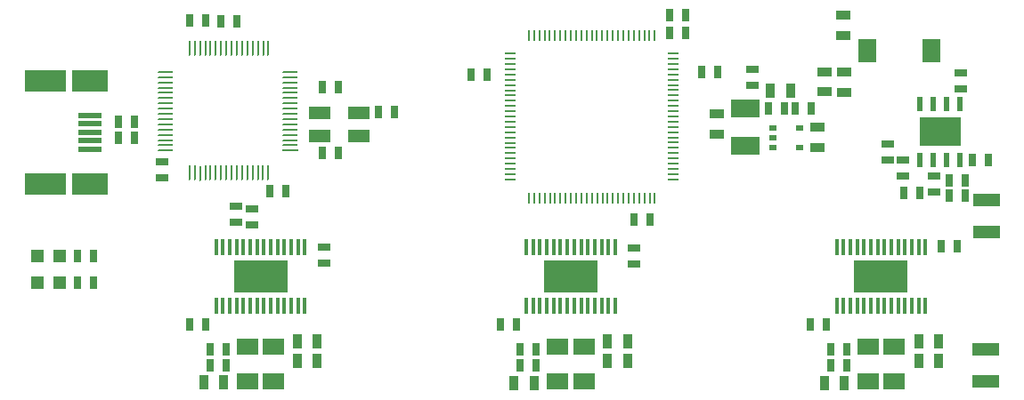
<source format=gtp>
G04 (created by PCBNEW (2013-07-07 BZR 4022)-stable) date 01/02/2015 03:27:21*
%MOIN*%
G04 Gerber Fmt 3.4, Leading zero omitted, Abs format*
%FSLAX34Y34*%
G01*
G70*
G90*
G04 APERTURE LIST*
%ADD10C,0.00590551*%
%ADD11R,0.01X0.04*%
%ADD12R,0.04X0.01*%
%ADD13R,0.06X0.0098*%
%ADD14O,0.06X0.0098*%
%ADD15O,0.0098X0.06*%
%ADD16R,0.0118X0.063*%
%ADD17R,0.2039X0.122*%
%ADD18R,0.035X0.055*%
%ADD19R,0.0886X0.0197*%
%ADD20R,0.1378X0.0807*%
%ADD21R,0.1575X0.0807*%
%ADD22R,0.0472X0.0472*%
%ADD23R,0.025X0.045*%
%ADD24R,0.08X0.06*%
%ADD25R,0.0669291X0.0866142*%
%ADD26R,0.045X0.025*%
%ADD27R,0.11X0.07*%
%ADD28R,0.055X0.035*%
%ADD29R,0.03X0.02*%
%ADD30R,0.1X0.05*%
%ADD31R,0.0787402X0.0472441*%
%ADD32R,0.0236X0.0551*%
%ADD33R,0.1575X0.1102*%
G04 APERTURE END LIST*
G54D10*
G54D11*
X65253Y-41435D03*
X60533Y-41435D03*
X60733Y-41435D03*
X60923Y-41435D03*
X61123Y-41435D03*
X61323Y-41435D03*
X61513Y-41435D03*
X61713Y-41435D03*
X61913Y-41435D03*
X62103Y-41435D03*
X62303Y-41435D03*
X62503Y-41435D03*
X62703Y-41435D03*
X62893Y-41435D03*
X63093Y-41435D03*
X63293Y-41435D03*
X63483Y-41435D03*
X63683Y-41435D03*
X63883Y-41435D03*
X64073Y-41435D03*
X64273Y-41435D03*
X64473Y-41435D03*
X64663Y-41435D03*
X64863Y-41435D03*
X65063Y-41435D03*
G54D12*
X59843Y-40745D03*
X59843Y-36025D03*
X59843Y-36225D03*
X59843Y-36415D03*
X59843Y-36615D03*
X59843Y-36815D03*
X59843Y-37005D03*
X59843Y-37205D03*
X59843Y-37405D03*
X59843Y-37595D03*
X59843Y-37795D03*
X59843Y-37995D03*
X59843Y-38195D03*
X59843Y-38385D03*
X59843Y-38585D03*
X59843Y-38785D03*
X59843Y-38975D03*
X59843Y-39175D03*
X59843Y-39375D03*
X59843Y-39565D03*
X59843Y-39765D03*
X59843Y-39965D03*
X59843Y-40155D03*
X59843Y-40355D03*
X59843Y-40555D03*
X65943Y-40745D03*
X65943Y-40545D03*
X65943Y-40355D03*
X65943Y-40155D03*
X65943Y-39955D03*
X65943Y-39765D03*
X65943Y-39565D03*
X65943Y-39365D03*
X65943Y-39175D03*
X65943Y-38975D03*
X65943Y-38775D03*
X65943Y-38575D03*
X65943Y-38385D03*
X65943Y-38185D03*
X65943Y-37985D03*
X65943Y-37795D03*
X65943Y-37595D03*
X65943Y-37395D03*
X65943Y-37205D03*
X65943Y-37005D03*
X65943Y-36805D03*
X65943Y-36615D03*
X65943Y-36415D03*
X65943Y-36215D03*
X65943Y-36025D03*
G54D11*
X65253Y-35335D03*
X65053Y-35335D03*
X64863Y-35335D03*
X64663Y-35335D03*
X64463Y-35335D03*
X64273Y-35335D03*
X64073Y-35335D03*
X63873Y-35335D03*
X63683Y-35335D03*
X63483Y-35335D03*
X63283Y-35335D03*
X63083Y-35335D03*
X62893Y-35335D03*
X62693Y-35335D03*
X62493Y-35335D03*
X62303Y-35335D03*
X62103Y-35335D03*
X61903Y-35335D03*
X61713Y-35335D03*
X61513Y-35335D03*
X61313Y-35335D03*
X61123Y-35335D03*
X60923Y-35335D03*
X60723Y-35335D03*
X60533Y-35335D03*
G54D13*
X51622Y-39664D03*
G54D14*
X51622Y-39467D03*
X51622Y-39270D03*
X51622Y-39073D03*
X51622Y-38876D03*
X51622Y-38680D03*
X51622Y-38483D03*
X51622Y-38286D03*
X51622Y-38089D03*
X51622Y-37892D03*
X51622Y-37695D03*
X51622Y-37499D03*
X51622Y-37302D03*
X51622Y-37105D03*
X51622Y-36908D03*
X51622Y-36711D03*
G54D15*
X50787Y-35813D03*
X50590Y-35813D03*
X50393Y-35813D03*
X50196Y-35813D03*
X49999Y-35813D03*
X49803Y-35813D03*
X49606Y-35813D03*
X49409Y-35813D03*
X49212Y-35813D03*
X49015Y-35813D03*
X48818Y-35813D03*
X48622Y-35813D03*
X48425Y-35813D03*
X48228Y-35813D03*
X48031Y-35813D03*
X47834Y-35813D03*
G54D14*
X46936Y-36711D03*
X46936Y-36908D03*
X46936Y-37105D03*
X46936Y-37302D03*
X46936Y-37499D03*
X46936Y-37695D03*
X46936Y-37892D03*
X46936Y-38089D03*
X46936Y-38286D03*
X46936Y-38483D03*
X46936Y-38680D03*
X46936Y-38876D03*
X46936Y-39073D03*
X46936Y-39270D03*
X46936Y-39467D03*
X46936Y-39664D03*
G54D15*
X47834Y-40499D03*
X48031Y-40499D03*
X48425Y-40499D03*
X48228Y-40506D03*
X48622Y-40499D03*
X48818Y-40499D03*
X49015Y-40499D03*
X49212Y-40499D03*
X49409Y-40499D03*
X49606Y-40499D03*
X49800Y-40499D03*
X49997Y-40499D03*
X50194Y-40499D03*
X50391Y-40499D03*
X50587Y-40499D03*
X50784Y-40499D03*
G54D16*
X52155Y-43287D03*
X51899Y-43287D03*
X51644Y-43287D03*
X51388Y-43287D03*
X51132Y-43287D03*
X50876Y-43287D03*
X50620Y-43287D03*
X50364Y-43287D03*
X50108Y-43287D03*
X49852Y-43287D03*
X49596Y-43287D03*
X49340Y-43287D03*
X49085Y-43287D03*
X48829Y-43287D03*
G54D17*
X50492Y-44389D03*
G54D16*
X48829Y-45491D03*
X49085Y-45491D03*
X49340Y-45491D03*
X49596Y-45491D03*
X49852Y-45491D03*
X50108Y-45491D03*
X50364Y-45491D03*
X50620Y-45491D03*
X50876Y-45491D03*
X51132Y-45491D03*
X51388Y-45491D03*
X51644Y-45491D03*
X51899Y-45491D03*
X52155Y-45491D03*
X63769Y-43287D03*
X63513Y-43287D03*
X63258Y-43287D03*
X63002Y-43287D03*
X62746Y-43287D03*
X62490Y-43287D03*
X62234Y-43287D03*
X61978Y-43287D03*
X61722Y-43287D03*
X61466Y-43287D03*
X61210Y-43287D03*
X60954Y-43287D03*
X60699Y-43287D03*
X60443Y-43287D03*
G54D17*
X62106Y-44389D03*
G54D16*
X60443Y-45491D03*
X60699Y-45491D03*
X60954Y-45491D03*
X61210Y-45491D03*
X61466Y-45491D03*
X61722Y-45491D03*
X61978Y-45491D03*
X62234Y-45491D03*
X62490Y-45491D03*
X62746Y-45491D03*
X63002Y-45491D03*
X63258Y-45491D03*
X63513Y-45491D03*
X63769Y-45491D03*
X75383Y-43287D03*
X75127Y-43287D03*
X74872Y-43287D03*
X74616Y-43287D03*
X74360Y-43287D03*
X74104Y-43287D03*
X73848Y-43287D03*
X73592Y-43287D03*
X73336Y-43287D03*
X73080Y-43287D03*
X72824Y-43287D03*
X72568Y-43287D03*
X72313Y-43287D03*
X72057Y-43287D03*
G54D17*
X73720Y-44389D03*
G54D16*
X72057Y-45491D03*
X72313Y-45491D03*
X72568Y-45491D03*
X72824Y-45491D03*
X73080Y-45491D03*
X73336Y-45491D03*
X73592Y-45491D03*
X73848Y-45491D03*
X74104Y-45491D03*
X74360Y-45491D03*
X74616Y-45491D03*
X74872Y-45491D03*
X75127Y-45491D03*
X75383Y-45491D03*
G54D18*
X63483Y-47559D03*
X64233Y-47559D03*
X51869Y-46811D03*
X52619Y-46811D03*
X51869Y-47559D03*
X52619Y-47559D03*
X49115Y-48346D03*
X48365Y-48346D03*
X75136Y-46811D03*
X75886Y-46811D03*
X75136Y-47559D03*
X75886Y-47559D03*
X72343Y-48385D03*
X71593Y-48385D03*
X63483Y-46811D03*
X64233Y-46811D03*
X60729Y-48385D03*
X59979Y-48385D03*
G54D19*
X44094Y-38346D03*
X44094Y-38661D03*
X44094Y-38976D03*
X44094Y-39291D03*
X44094Y-39606D03*
G54D20*
X44094Y-37037D03*
X44094Y-40915D03*
G54D21*
X42440Y-37037D03*
X42440Y-40915D03*
G54D22*
X42972Y-44606D03*
X42146Y-44606D03*
X42972Y-43622D03*
X42146Y-43622D03*
G54D23*
X45772Y-38582D03*
X45172Y-38582D03*
X45172Y-39173D03*
X45772Y-39173D03*
G54D24*
X50984Y-47027D03*
X50984Y-48327D03*
X50000Y-47027D03*
X50000Y-48327D03*
X62598Y-47027D03*
X62598Y-48327D03*
X61614Y-47027D03*
X61614Y-48327D03*
X74212Y-47027D03*
X74212Y-48327D03*
X73228Y-47027D03*
X73228Y-48327D03*
G54D23*
X43637Y-44606D03*
X44237Y-44606D03*
X43637Y-43622D03*
X44237Y-43622D03*
G54D25*
X75610Y-35925D03*
X73208Y-35925D03*
G54D26*
X74555Y-40603D03*
X74555Y-40003D03*
X73964Y-40012D03*
X73964Y-39412D03*
G54D23*
X47849Y-46181D03*
X48449Y-46181D03*
X59463Y-46181D03*
X60063Y-46181D03*
X71077Y-46181D03*
X71677Y-46181D03*
G54D27*
X68641Y-39499D03*
X68641Y-38099D03*
G54D28*
X71338Y-39548D03*
X71338Y-38798D03*
G54D18*
X69585Y-37401D03*
X70335Y-37401D03*
G54D28*
X67559Y-38286D03*
X67559Y-39036D03*
G54D23*
X69522Y-38090D03*
X70122Y-38090D03*
X70507Y-38090D03*
X71107Y-38090D03*
G54D29*
X69677Y-38817D03*
X69677Y-39567D03*
X70677Y-38817D03*
X69677Y-39192D03*
X70677Y-39567D03*
G54D30*
X77637Y-48316D03*
X77637Y-47116D03*
X77677Y-41525D03*
X77677Y-42725D03*
G54D26*
X75696Y-40633D03*
X75696Y-41233D03*
G54D23*
X75170Y-41248D03*
X74570Y-41248D03*
G54D28*
X72342Y-36731D03*
X72342Y-37481D03*
X72322Y-35335D03*
X72322Y-34585D03*
X71614Y-36711D03*
X71614Y-37461D03*
G54D23*
X76262Y-41366D03*
X76862Y-41366D03*
X76862Y-40775D03*
X76262Y-40775D03*
X77129Y-40027D03*
X77729Y-40027D03*
G54D26*
X76692Y-37347D03*
X76692Y-36747D03*
G54D23*
X49197Y-47125D03*
X48597Y-47125D03*
X48597Y-47716D03*
X49197Y-47716D03*
G54D26*
X52874Y-43282D03*
X52874Y-43882D03*
G54D23*
X60811Y-47125D03*
X60211Y-47125D03*
X60211Y-47716D03*
X60811Y-47716D03*
X71825Y-47716D03*
X72425Y-47716D03*
G54D26*
X64488Y-43322D03*
X64488Y-43922D03*
G54D23*
X75959Y-43267D03*
X76559Y-43267D03*
X72425Y-47125D03*
X71825Y-47125D03*
G54D31*
X52716Y-39114D03*
X54173Y-39114D03*
X54173Y-38248D03*
X52716Y-38248D03*
G54D23*
X52810Y-39763D03*
X53410Y-39763D03*
X54896Y-38228D03*
X55496Y-38228D03*
G54D32*
X76683Y-40014D03*
X76683Y-37914D03*
X76183Y-40014D03*
X75683Y-40014D03*
X75183Y-40014D03*
X76183Y-37914D03*
X75683Y-37914D03*
X75183Y-37914D03*
G54D33*
X75933Y-38964D03*
G54D26*
X50157Y-41865D03*
X50157Y-42465D03*
X49566Y-42347D03*
X49566Y-41747D03*
X46800Y-40100D03*
X46800Y-40700D03*
G54D23*
X47850Y-34800D03*
X48450Y-34800D03*
X49591Y-34803D03*
X48991Y-34803D03*
X52800Y-37300D03*
X53400Y-37300D03*
X65800Y-34600D03*
X66400Y-34600D03*
X50850Y-41200D03*
X51450Y-41200D03*
X64463Y-42244D03*
X65063Y-42244D03*
X65802Y-35236D03*
X66402Y-35236D03*
X58961Y-36811D03*
X58361Y-36811D03*
X67022Y-36712D03*
X67622Y-36712D03*
G54D26*
X68897Y-37209D03*
X68897Y-36609D03*
M02*

</source>
